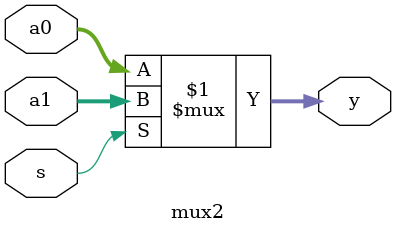
<source format=v>
`timescale 1ns / 1ps
module mux2( input [3:0] a0 , a1, input s , output [3:0] y
    );
	 assign y = s ? a1 : a0;
	 

endmodule

</source>
